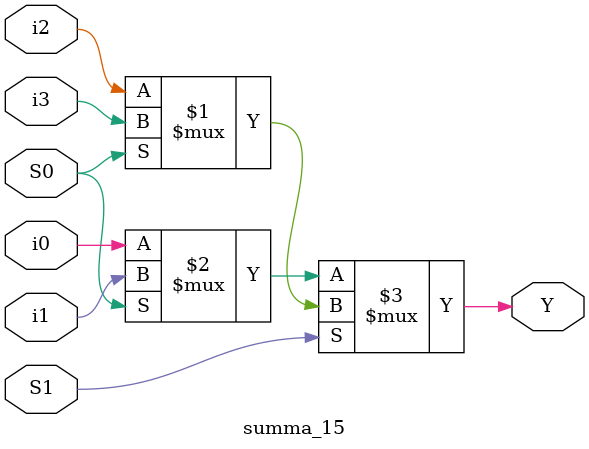
<source format=v>
`timescale 1ns / 1ps


module summa_15(
  input wire i0, i1, i2, i3,
  input wire S0, S1,
  output wire Y
);

  assign Y = S1 ? (S0 ? i3 : i2) : (S0 ? i1 : i0);

endmodule

</source>
